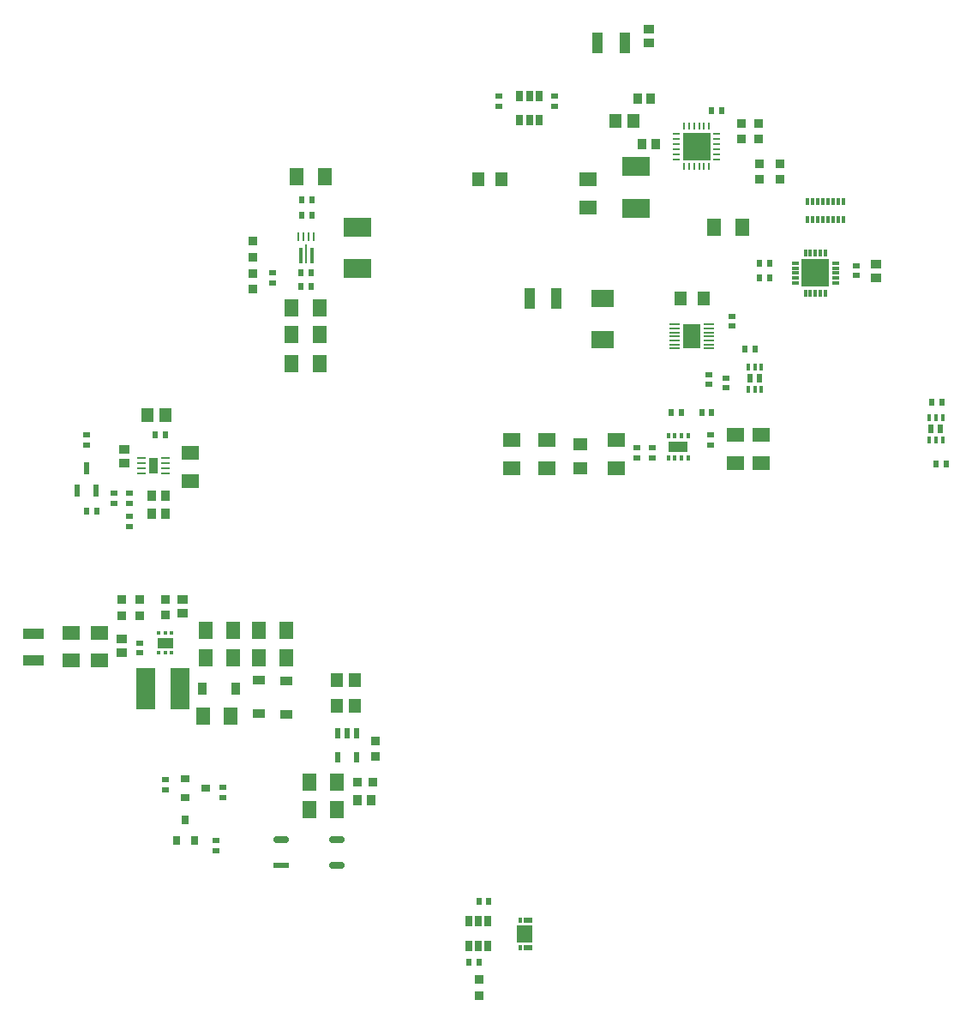
<source format=gbp>
G04*
G04 #@! TF.GenerationSoftware,Altium Limited,Altium Designer,20.0.11 (256)*
G04*
G04 Layer_Color=128*
%FSLAX25Y25*%
%MOIN*%
G70*
G01*
G75*
%ADD16R,0.02756X0.02362*%
%ADD19R,0.03347X0.03347*%
%ADD20R,0.05512X0.07087*%
%ADD60R,0.04528X0.05512*%
%ADD61R,0.04331X0.00787*%
%ADD62R,0.07008X0.09252*%
%ADD63R,0.02559X0.04331*%
%ADD64R,0.04488X0.07992*%
%ADD65R,0.03937X0.03543*%
%ADD66R,0.02413X0.03740*%
%ADD67R,0.01181X0.02854*%
%ADD68R,0.02362X0.02756*%
%ADD69R,0.07087X0.05512*%
%ADD70R,0.05512X0.04528*%
%ADD71R,0.01575X0.01968*%
%ADD72R,0.07480X0.04331*%
%ADD73R,0.03543X0.03937*%
%ADD74R,0.04528X0.05512*%
%ADD75R,0.03347X0.03347*%
%ADD76R,0.11024X0.07480*%
%ADD77R,0.01000X0.03347*%
%ADD78R,0.01378X0.06102*%
%ADD79R,0.00787X0.07284*%
%ADD80R,0.02362X0.04528*%
%ADD81R,0.03543X0.06299*%
%ADD82R,0.03543X0.00984*%
%ADD83R,0.07992X0.04488*%
%ADD84R,0.07795X0.16142*%
%ADD85R,0.03583X0.04803*%
%ADD86R,0.04803X0.03583*%
%ADD87R,0.02362X0.04134*%
%ADD88R,0.06063X0.02362*%
G04:AMPARAMS|DCode=89|XSize=60.63mil|YSize=23.62mil|CornerRadius=5.91mil|HoleSize=0mil|Usage=FLASHONLY|Rotation=0.000|XOffset=0mil|YOffset=0mil|HoleType=Round|Shape=RoundedRectangle|*
%AMROUNDEDRECTD89*
21,1,0.06063,0.01181,0,0,0.0*
21,1,0.04882,0.02362,0,0,0.0*
1,1,0.01181,0.02441,-0.00591*
1,1,0.01181,-0.02441,-0.00591*
1,1,0.01181,-0.02441,0.00591*
1,1,0.01181,0.02441,0.00591*
%
%ADD89ROUNDEDRECTD89*%
%ADD90R,0.03543X0.03150*%
%ADD91R,0.03150X0.03543*%
%ADD92R,0.06299X0.07087*%
%ADD93R,0.01378X0.02087*%
%ADD94R,0.03347X0.02087*%
%ADD95R,0.01400X0.03000*%
%ADD96R,0.10630X0.10630*%
%ADD97R,0.03150X0.01181*%
%ADD98R,0.01181X0.03150*%
%ADD99R,0.06299X0.03937*%
%ADD100R,0.01181X0.01772*%
G04:AMPARAMS|DCode=101|XSize=9.84mil|YSize=29.53mil|CornerRadius=2.46mil|HoleSize=0mil|Usage=FLASHONLY|Rotation=270.000|XOffset=0mil|YOffset=0mil|HoleType=Round|Shape=RoundedRectangle|*
%AMROUNDEDRECTD101*
21,1,0.00984,0.02461,0,0,270.0*
21,1,0.00492,0.02953,0,0,270.0*
1,1,0.00492,-0.01230,-0.00246*
1,1,0.00492,-0.01230,0.00246*
1,1,0.00492,0.01230,0.00246*
1,1,0.00492,0.01230,-0.00246*
%
%ADD101ROUNDEDRECTD101*%
G04:AMPARAMS|DCode=102|XSize=9.84mil|YSize=29.53mil|CornerRadius=2.46mil|HoleSize=0mil|Usage=FLASHONLY|Rotation=180.000|XOffset=0mil|YOffset=0mil|HoleType=Round|Shape=RoundedRectangle|*
%AMROUNDEDRECTD102*
21,1,0.00984,0.02461,0,0,180.0*
21,1,0.00492,0.02953,0,0,180.0*
1,1,0.00492,-0.00246,0.01230*
1,1,0.00492,0.00246,0.01230*
1,1,0.00492,0.00246,-0.01230*
1,1,0.00492,-0.00246,-0.01230*
%
%ADD102ROUNDEDRECTD102*%
%ADD103R,0.00984X0.02953*%
%ADD104R,0.08500X0.07000*%
D16*
X255906Y193898D02*
D03*
Y189961D02*
D03*
X165354Y275590D02*
D03*
Y279528D02*
D03*
X187008Y275590D02*
D03*
Y279528D02*
D03*
X247441Y143701D02*
D03*
Y147638D02*
D03*
X224803Y142717D02*
D03*
Y138779D02*
D03*
X218898Y142717D02*
D03*
Y138779D02*
D03*
X253543Y169882D02*
D03*
Y165945D02*
D03*
X247047Y171260D02*
D03*
Y167323D02*
D03*
X304134Y213583D02*
D03*
Y209646D02*
D03*
X77165Y210630D02*
D03*
Y206693D02*
D03*
X21654Y125000D02*
D03*
Y121063D02*
D03*
X15748D02*
D03*
Y125000D02*
D03*
X21654Y116142D02*
D03*
Y112205D02*
D03*
X25591Y66929D02*
D03*
Y62992D02*
D03*
X58071Y6890D02*
D03*
Y10827D02*
D03*
X35433Y9843D02*
D03*
Y13780D02*
D03*
X55118Y-9843D02*
D03*
Y-13780D02*
D03*
X4921Y143701D02*
D03*
Y147638D02*
D03*
D19*
X116339Y12795D02*
D03*
X110236D02*
D03*
D20*
X259842Y228346D02*
D03*
X249016D02*
D03*
X97441Y248031D02*
D03*
X86614D02*
D03*
X95571Y197244D02*
D03*
X84744D02*
D03*
X95571Y186614D02*
D03*
X84744D02*
D03*
X95571Y175591D02*
D03*
X84744D02*
D03*
X51181Y61024D02*
D03*
X62008D02*
D03*
X51181Y71850D02*
D03*
X62008D02*
D03*
X71850Y61024D02*
D03*
X82677D02*
D03*
X71850Y71850D02*
D03*
X82677D02*
D03*
X61024Y38386D02*
D03*
X50197D02*
D03*
X91535Y12913D02*
D03*
X102362D02*
D03*
X91535Y2087D02*
D03*
X102362D02*
D03*
D60*
X235827Y200787D02*
D03*
X245079D02*
D03*
X166339Y247047D02*
D03*
X157087D02*
D03*
D61*
X233563Y181299D02*
D03*
Y182874D02*
D03*
Y184449D02*
D03*
Y186024D02*
D03*
Y187598D02*
D03*
Y189173D02*
D03*
Y190748D02*
D03*
X246752D02*
D03*
Y189173D02*
D03*
Y187598D02*
D03*
Y186024D02*
D03*
Y184449D02*
D03*
Y182874D02*
D03*
Y181299D02*
D03*
D62*
X240158Y186024D02*
D03*
D63*
X173406Y269996D02*
D03*
X177146D02*
D03*
X180886D02*
D03*
Y279445D02*
D03*
X177146D02*
D03*
X173406D02*
D03*
X153543Y-50787D02*
D03*
X157283D02*
D03*
X161024D02*
D03*
Y-41339D02*
D03*
X157283D02*
D03*
X153543D02*
D03*
D64*
X214213Y300197D02*
D03*
X203740D02*
D03*
X187638Y200787D02*
D03*
X177165D02*
D03*
D65*
X223425Y305512D02*
D03*
Y300197D02*
D03*
X312008Y213976D02*
D03*
Y208661D02*
D03*
X19685Y136811D02*
D03*
Y142126D02*
D03*
X42323Y78347D02*
D03*
Y83661D02*
D03*
X18701Y68307D02*
D03*
Y62992D02*
D03*
D66*
X333400Y150197D02*
D03*
X337073D02*
D03*
X266600Y169882D02*
D03*
X262927D02*
D03*
D67*
X337795Y154528D02*
D03*
X335236D02*
D03*
X332677D02*
D03*
Y145866D02*
D03*
X335236D02*
D03*
X337795D02*
D03*
X262205Y165551D02*
D03*
X264764D02*
D03*
X267323D02*
D03*
Y174213D02*
D03*
X264764D02*
D03*
X262205D02*
D03*
D68*
X337598Y160433D02*
D03*
X333661D02*
D03*
X335236Y136417D02*
D03*
X339173D02*
D03*
X232283Y156496D02*
D03*
X236221D02*
D03*
X244094Y156496D02*
D03*
X248031D02*
D03*
X264764Y181102D02*
D03*
X260827D02*
D03*
X248031Y273622D02*
D03*
X251969D02*
D03*
X92520Y239173D02*
D03*
X88583D02*
D03*
X92520Y233268D02*
D03*
X88583D02*
D03*
X92126Y210630D02*
D03*
X88189D02*
D03*
X92126Y205512D02*
D03*
X88189D02*
D03*
X8858Y118110D02*
D03*
X4921D02*
D03*
X31496Y147638D02*
D03*
X35433D02*
D03*
X153543Y-57087D02*
D03*
X157480D02*
D03*
X161417Y-33465D02*
D03*
X157480D02*
D03*
X266732Y214567D02*
D03*
X270669D02*
D03*
Y208661D02*
D03*
X266732D02*
D03*
D69*
X257283Y136811D02*
D03*
Y147638D02*
D03*
X267126Y136811D02*
D03*
Y147638D02*
D03*
X170276Y134843D02*
D03*
Y145669D02*
D03*
X184055Y134843D02*
D03*
Y145669D02*
D03*
X211024Y145669D02*
D03*
Y134843D02*
D03*
X199803Y247047D02*
D03*
Y236221D02*
D03*
X45276Y140748D02*
D03*
Y129921D02*
D03*
X-984Y70866D02*
D03*
Y60039D02*
D03*
X9843Y70866D02*
D03*
Y60039D02*
D03*
D70*
X196850Y144095D02*
D03*
Y134843D02*
D03*
D71*
X238779Y138779D02*
D03*
X236221D02*
D03*
X233661D02*
D03*
X231102D02*
D03*
Y147441D02*
D03*
X233661D02*
D03*
X236221D02*
D03*
X238779D02*
D03*
D72*
X234941Y143110D02*
D03*
D73*
X226289Y260827D02*
D03*
X220974D02*
D03*
X219094Y278543D02*
D03*
X224410D02*
D03*
X30118Y124016D02*
D03*
X35433D02*
D03*
X30118Y117126D02*
D03*
X35433D02*
D03*
X115551Y5906D02*
D03*
X110236D02*
D03*
D74*
X217520Y269685D02*
D03*
X210630D02*
D03*
X35433Y155512D02*
D03*
X28543D02*
D03*
X102362Y52284D02*
D03*
X109252D02*
D03*
X102362Y42441D02*
D03*
X109252D02*
D03*
D75*
X259449Y268898D02*
D03*
Y262795D02*
D03*
X266142D02*
D03*
Y268898D02*
D03*
X266732Y247047D02*
D03*
Y253150D02*
D03*
X274606Y247047D02*
D03*
Y253150D02*
D03*
X69685Y223031D02*
D03*
Y216929D02*
D03*
Y210433D02*
D03*
Y204331D02*
D03*
X35433Y83858D02*
D03*
Y77756D02*
D03*
X25591Y83661D02*
D03*
Y77559D02*
D03*
X18701D02*
D03*
Y83661D02*
D03*
X117126Y28858D02*
D03*
Y22756D02*
D03*
X157480Y-63976D02*
D03*
Y-70079D02*
D03*
D76*
X218504Y251969D02*
D03*
Y235827D02*
D03*
X110236Y228543D02*
D03*
Y212402D02*
D03*
D77*
X87402Y224803D02*
D03*
X89370D02*
D03*
X91339D02*
D03*
X93307D02*
D03*
D78*
X92520Y217520D02*
D03*
X88189D02*
D03*
D79*
X90354Y218110D02*
D03*
D80*
X8661Y125984D02*
D03*
X1181D02*
D03*
X4921Y134843D02*
D03*
D81*
X30906Y135827D02*
D03*
D82*
X26378Y138779D02*
D03*
Y136811D02*
D03*
Y134843D02*
D03*
Y132874D02*
D03*
X35433D02*
D03*
Y134843D02*
D03*
Y136811D02*
D03*
Y138779D02*
D03*
D83*
X-15748Y60039D02*
D03*
Y70512D02*
D03*
D84*
X28071Y49213D02*
D03*
X41339D02*
D03*
D85*
X50079D02*
D03*
X62992D02*
D03*
D86*
X71850Y52284D02*
D03*
Y39370D02*
D03*
X82677Y39252D02*
D03*
Y52165D02*
D03*
D87*
X102559Y22559D02*
D03*
X110039D02*
D03*
Y31614D02*
D03*
X106299D02*
D03*
X102559D02*
D03*
D88*
X80709Y-19685D02*
D03*
D89*
Y-9685D02*
D03*
X102362Y-19685D02*
D03*
Y-9685D02*
D03*
D90*
X43307Y6890D02*
D03*
Y13976D02*
D03*
X51181Y10433D02*
D03*
D91*
X43307Y-1969D02*
D03*
X39764Y-9843D02*
D03*
X46850D02*
D03*
D92*
X175197Y-46260D02*
D03*
D93*
X173721Y-40807D02*
D03*
Y-51713D02*
D03*
D94*
X176673Y-40807D02*
D03*
Y-51713D02*
D03*
D95*
X285276Y231299D02*
D03*
X287276D02*
D03*
X289276D02*
D03*
X291276D02*
D03*
X293276D02*
D03*
X295276D02*
D03*
X297276D02*
D03*
X299276D02*
D03*
Y238599D02*
D03*
X297276D02*
D03*
X295276D02*
D03*
X293276D02*
D03*
X291276D02*
D03*
X289276D02*
D03*
X287276D02*
D03*
X285276D02*
D03*
D96*
X288386Y210630D02*
D03*
X242126Y259842D02*
D03*
D97*
X296260Y206693D02*
D03*
Y208661D02*
D03*
Y210630D02*
D03*
Y212598D02*
D03*
Y214567D02*
D03*
X280512D02*
D03*
Y212598D02*
D03*
Y210630D02*
D03*
Y208661D02*
D03*
Y206693D02*
D03*
D98*
X292323Y218504D02*
D03*
X290354D02*
D03*
X288386D02*
D03*
X286417D02*
D03*
X284449D02*
D03*
Y202756D02*
D03*
X286417D02*
D03*
X288386D02*
D03*
X290354D02*
D03*
X292323D02*
D03*
D99*
X35433Y66929D02*
D03*
D100*
X32874Y63090D02*
D03*
X35433D02*
D03*
X37992D02*
D03*
Y70768D02*
D03*
X35433D02*
D03*
X32874D02*
D03*
D101*
X234252Y264764D02*
D03*
Y262795D02*
D03*
Y260827D02*
D03*
Y258858D02*
D03*
Y256890D02*
D03*
Y254921D02*
D03*
X250000D02*
D03*
Y256890D02*
D03*
Y258858D02*
D03*
Y260827D02*
D03*
Y262795D02*
D03*
Y264764D02*
D03*
D102*
X237205Y251969D02*
D03*
X239173D02*
D03*
X241142D02*
D03*
X243110D02*
D03*
X245079D02*
D03*
X247047D02*
D03*
Y267717D02*
D03*
X245079D02*
D03*
X243110D02*
D03*
X241142D02*
D03*
X239173D02*
D03*
D103*
X237205D02*
D03*
D104*
X205709Y184787D02*
D03*
Y200787D02*
D03*
M02*

</source>
